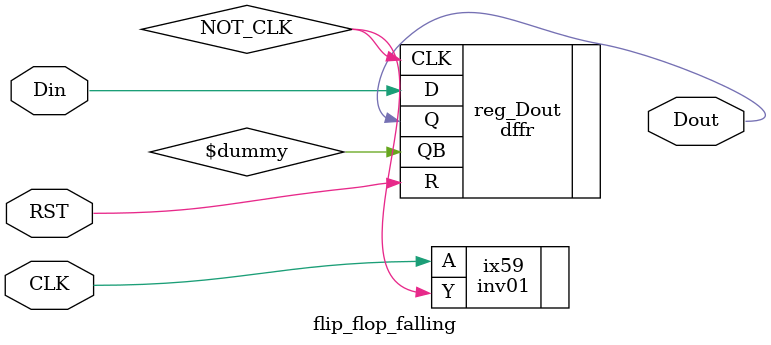
<source format=v>


module flip_flop_falling ( CLK, RST, Din, Dout ) ;

    input CLK ;
    input RST ;
    input Din ;
    output Dout ;

    wire NOT_CLK;
    wire [0:0] \$dummy ;




    dffr reg_Dout (.Q (Dout), .QB (\$dummy [0]), .D (Din), .CLK (NOT_CLK), .R (
         RST)) ;
    inv01 ix59 (.Y (NOT_CLK), .A (CLK)) ;
endmodule


</source>
